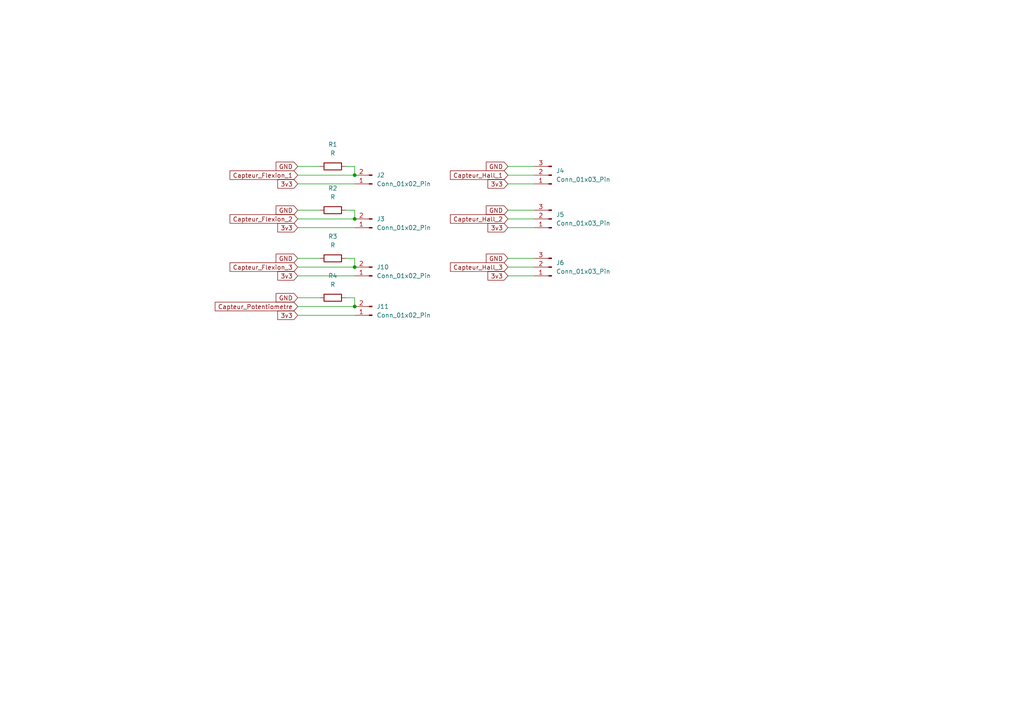
<source format=kicad_sch>
(kicad_sch (version 20231120) (generator "eeschema") (generator_version "8.0")
  (paper "A4")
  (title_block (title "Carte electronique Exodus") (company "Fablab"))
  (lib_symbols
    (symbol "Connector:Conn_01x02_Pin" (pin_names (offset 1.016) hide)
      (property "Reference" "J" (at 0 2.54 0))
      (property "Value" "Conn_01x02_Pin" (at 0 -5.08 0))
      (symbol "Conn_01x02_Pin_1_1"
        (polyline (pts (xy 1.27 -2.54) (xy 0.8636 -2.54)) (stroke (width 0.1524)))
        (polyline (pts (xy 1.27 0) (xy 0.8636 0)) (stroke (width 0.1524)))
        (rectangle (start 0.8636 -2.413) (end 0 -2.667) (stroke (width 0.1524)) (fill (type outline)))
        (rectangle (start 0.8636 0.127) (end 0 -0.127) (stroke (width 0.1524)) (fill (type outline)))
        (pin passive line (at 5.08 0 180) (length 3.81) (name "Pin_1") (number "1"))
        (pin passive line (at 5.08 -2.54 180) (length 3.81) (name "Pin_2") (number "2"))
      )
    )
    (symbol "Connector:Conn_01x03_Pin" (pin_names (offset 1.016) hide)
      (property "Reference" "J" (at 0 5.08 0))
      (property "Value" "Conn_01x03_Pin" (at 0 -5.08 0))
      (symbol "Conn_01x03_Pin_1_1"
        (polyline (pts (xy 1.27 -2.54) (xy 0.8636 -2.54)) (stroke (width 0.1524)))
        (polyline (pts (xy 1.27 0) (xy 0.8636 0)) (stroke (width 0.1524)))
        (polyline (pts (xy 1.27 2.54) (xy 0.8636 2.54)) (stroke (width 0.1524)))
        (rectangle (start 0.8636 -2.413) (end 0 -2.667) (stroke (width 0.1524)) (fill (type outline)))
        (rectangle (start 0.8636 0.127) (end 0 -0.127) (stroke (width 0.1524)) (fill (type outline)))
        (rectangle (start 0.8636 2.667) (end 0 2.413) (stroke (width 0.1524)) (fill (type outline)))
        (pin passive line (at 5.08 2.54 180) (length 3.81) (name "Pin_1") (number "1"))
        (pin passive line (at 5.08 0 180) (length 3.81) (name "Pin_2") (number "2"))
        (pin passive line (at 5.08 -2.54 180) (length 3.81) (name "Pin_3") (number "3"))
      )
    )
    (symbol "Device:R" (pin_numbers hide) (pin_names (offset 0))
      (property "Reference" "R" (at 2.032 0 90))
      (property "Value" "R" (at 0 0 90))
      (symbol "R_0_1"
        (rectangle (start -1.016 -2.54) (end 1.016 2.54) (stroke (width 0.254)))
      )
      (symbol "R_1_1"
        (pin passive line (at 0 3.81 270) (length 1.27) (name "~") (number "1"))
        (pin passive line (at 0 -3.81 90) (length 1.27) (name "~") (number "2"))
      )
    )
  )
  (junction (at 102.87 63.5))
  (junction (at 102.87 77.47))
  (junction (at 102.87 50.8))
  (junction (at 102.87 88.9))
  (wire (pts (xy 86.36 53.34) (xy 102.87 53.34)))
  (wire (pts (xy 147.32 77.47) (xy 154.94 77.47)))
  (wire (pts (xy 102.87 60.96) (xy 102.87 63.5)))
  (wire (pts (xy 86.36 74.93) (xy 92.71 74.93)))
  (wire (pts (xy 102.87 48.26) (xy 102.87 50.8)))
  (wire (pts (xy 147.32 74.93) (xy 154.94 74.93)))
  (wire (pts (xy 86.36 80.01) (xy 102.87 80.01)))
  (wire (pts (xy 86.36 50.8) (xy 102.87 50.8)))
  (wire (pts (xy 147.32 66.04) (xy 154.94 66.04)))
  (wire (pts (xy 86.36 77.47) (xy 102.87 77.47)))
  (wire (pts (xy 100.33 48.26) (xy 102.87 48.26)))
  (wire (pts (xy 86.36 63.5) (xy 102.87 63.5)))
  (wire (pts (xy 102.87 86.36) (xy 102.87 88.9)))
  (wire (pts (xy 147.32 63.5) (xy 154.94 63.5)))
  (wire (pts (xy 86.36 88.9) (xy 102.87 88.9)))
  (wire (pts (xy 147.32 53.34) (xy 154.94 53.34)))
  (wire (pts (xy 147.32 60.96) (xy 154.94 60.96)))
  (wire (pts (xy 100.33 74.93) (xy 102.87 74.93)))
  (wire (pts (xy 86.36 66.04) (xy 102.87 66.04)))
  (wire (pts (xy 147.32 80.01) (xy 154.94 80.01)))
  (wire (pts (xy 86.36 48.26) (xy 92.71 48.26)))
  (wire (pts (xy 86.36 60.96) (xy 92.71 60.96)))
  (wire (pts (xy 86.36 91.44) (xy 102.87 91.44)))
  (wire (pts (xy 100.33 60.96) (xy 102.87 60.96)))
  (wire (pts (xy 86.36 86.36) (xy 92.71 86.36)))
  (wire (pts (xy 100.33 86.36) (xy 102.87 86.36)))
  (wire (pts (xy 102.87 74.93) (xy 102.87 77.47)))
  (wire (pts (xy 147.32 48.26) (xy 154.94 48.26)))
  (wire (pts (xy 147.32 50.8) (xy 154.94 50.8)))
  (global_label "Capteur_Hall_3" (shape input) (at 147.32 77.47 180) (property "Intersheetrefs" "${INTERSHEET_REFS}" (effects (hide yes))))
  (global_label "GND" (shape input) (at 147.32 74.93 180) (property "Intersheetrefs" "${INTERSHEET_REFS}" (effects (hide yes))))
  (global_label "GND" (shape input) (at 86.36 86.36 180) (property "Intersheetrefs" "${INTERSHEET_REFS}" (effects (hide yes))))
  (global_label "3v3" (shape input) (at 86.36 53.34 180) (property "Intersheetrefs" "${INTERSHEET_REFS}" (effects (hide yes))))
  (global_label "3v3" (shape input) (at 147.32 53.34 180) (property "Intersheetrefs" "${INTERSHEET_REFS}" (effects (hide yes))))
  (global_label "Capteur_Hall_1" (shape input) (at 147.32 50.8 180) (property "Intersheetrefs" "${INTERSHEET_REFS}" (effects (hide yes))))
  (global_label "Capteur_Flexion_2" (shape input) (at 86.36 63.5 180) (property "Intersheetrefs" "${INTERSHEET_REFS}" (effects (hide yes))))
  (global_label "3v3" (shape input) (at 147.32 66.04 180) (property "Intersheetrefs" "${INTERSHEET_REFS}" (effects (hide yes))))
  (global_label "Capteur_Hall_2" (shape input) (at 147.32 63.5 180) (property "Intersheetrefs" "${INTERSHEET_REFS}" (effects (hide yes))))
  (global_label "GND" (shape input) (at 86.36 74.93 180) (property "Intersheetrefs" "${INTERSHEET_REFS}" (effects (hide yes))))
  (global_label "3v3" (shape input) (at 86.36 80.01 180) (property "Intersheetrefs" "${INTERSHEET_REFS}" (effects (hide yes))))
  (global_label "GND" (shape input) (at 147.32 60.96 180) (property "Intersheetrefs" "${INTERSHEET_REFS}" (effects (hide yes))))
  (global_label "3v3" (shape input) (at 86.36 91.44 180) (property "Intersheetrefs" "${INTERSHEET_REFS}" (effects (hide yes))))
  (global_label "3v3" (shape input) (at 147.32 80.01 180) (property "Intersheetrefs" "${INTERSHEET_REFS}" (effects (hide yes))))
  (global_label "GND" (shape input) (at 86.36 60.96 180) (property "Intersheetrefs" "${INTERSHEET_REFS}" (effects (hide yes))))
  (global_label "GND" (shape input) (at 86.36 48.26 180) (property "Intersheetrefs" "${INTERSHEET_REFS}" (effects (hide yes))))
  (global_label "Capteur_Potentiometre" (shape input) (at 86.36 88.9 180) (property "Intersheetrefs" "${INTERSHEET_REFS}" (effects (hide yes))))
  (global_label "Capteur_Flexion_3" (shape input) (at 86.36 77.47 180) (property "Intersheetrefs" "${INTERSHEET_REFS}" (effects (hide yes))))
  (global_label "3v3" (shape input) (at 86.36 66.04 180) (property "Intersheetrefs" "${INTERSHEET_REFS}" (effects (hide yes))))
  (global_label "Capteur_Flexion_1" (shape input) (at 86.36 50.8 180) (property "Intersheetrefs" "${INTERSHEET_REFS}" (effects (hide yes))))
  (global_label "GND" (shape input) (at 147.32 48.26 180) (property "Intersheetrefs" "${INTERSHEET_REFS}" (effects (hide yes))))
  (symbol (lib_id "Connector:Conn_01x02_Pin") (at 107.95 91.44 180) (unit 1)
    (property "Reference" "J11" (at 109.22 88.8999 0) (effects (justify right)))
    (property "Value" "Conn_01x02_Pin" (at 109.22 91.4399 0) (effects (justify right)))
    (property "Footprint" "Connector_PinHeader_2.54mm:PinHeader_1x02_P2.54mm_Horizontal" (effects (hide yes)))
    (property "Description" "Generic connector, single row, 01x02, script generated" (effects (hide yes)))
  )
  (symbol (lib_id "Connector:Conn_01x03_Pin") (at 160.02 77.47 180) (unit 1)
    (property "Reference" "J6" (at 161.29 76.1999 0) (effects (justify right)))
    (property "Value" "Conn_01x03_Pin" (at 161.29 78.7399 0) (effects (justify right)))
    (property "Footprint" "Connector_PinHeader_2.54mm:PinHeader_1x03_P2.54mm_Horizontal" (effects (hide yes)))
    (property "Description" "Generic connector, single row, 01x03, script generated" (effects (hide yes)))
  )
  (symbol (lib_id "Device:R") (at 96.52 60.96 90) (unit 1)
    (property "Reference" "R2" (at 96.52 54.61 90))
    (property "Value" "R" (at 96.52 57.15 90))
    (property "Footprint" "Resistor_THT:R_Axial_DIN0207_L6.3mm_D2.5mm_P7.62mm_Horizontal" (effects (hide yes)))
    (property "Description" "Resistor" (effects (hide yes)))
  )
  (symbol (lib_id "Device:R") (at 96.52 48.26 90) (unit 1)
    (property "Reference" "R1" (at 96.52 41.91 90))
    (property "Value" "R" (at 96.52 44.45 90))
    (property "Footprint" "Resistor_THT:R_Axial_DIN0207_L6.3mm_D2.5mm_P7.62mm_Horizontal" (effects (hide yes)))
    (property "Description" "Resistor" (effects (hide yes)))
  )
  (symbol (lib_id "Device:R") (at 96.52 74.93 90) (unit 1)
    (property "Reference" "R3" (at 96.52 68.58 90))
    (property "Value" "R" (at 96.52 71.12 90))
    (property "Footprint" "Resistor_THT:R_Axial_DIN0207_L6.3mm_D2.5mm_P7.62mm_Horizontal" (effects (hide yes)))
    (property "Description" "Resistor" (effects (hide yes)))
  )
  (symbol (lib_id "Device:R") (at 96.52 86.36 90) (unit 1)
    (property "Reference" "R4" (at 96.52 80.01 90))
    (property "Value" "R" (at 96.52 82.55 90))
    (property "Footprint" "Resistor_THT:R_Axial_DIN0207_L6.3mm_D2.5mm_P7.62mm_Horizontal" (effects (hide yes)))
    (property "Description" "Resistor" (effects (hide yes)))
  )
  (symbol (lib_id "Connector:Conn_01x02_Pin") (at 107.95 80.01 180) (unit 1)
    (property "Reference" "J10" (at 109.22 77.4699 0) (effects (justify right)))
    (property "Value" "Conn_01x02_Pin" (at 109.22 80.0099 0) (effects (justify right)))
    (property "Footprint" "Connector_PinHeader_2.54mm:PinHeader_1x02_P2.54mm_Horizontal" (effects (hide yes)))
    (property "Description" "Generic connector, single row, 01x02, script generated" (effects (hide yes)))
  )
  (symbol (lib_id "Connector:Conn_01x02_Pin") (at 107.95 66.04 180) (unit 1)
    (property "Reference" "J3" (at 109.22 63.4999 0) (effects (justify right)))
    (property "Value" "Conn_01x02_Pin" (at 109.22 66.0399 0) (effects (justify right)))
    (property "Footprint" "Connector_PinHeader_2.54mm:PinHeader_1x02_P2.54mm_Horizontal" (effects (hide yes)))
    (property "Description" "Generic connector, single row, 01x02, script generated" (effects (hide yes)))
  )
  (symbol (lib_id "Connector:Conn_01x02_Pin") (at 107.95 53.34 180) (unit 1)
    (property "Reference" "J2" (at 109.22 50.7999 0) (effects (justify right)))
    (property "Value" "Conn_01x02_Pin" (at 109.22 53.3399 0) (effects (justify right)))
    (property "Footprint" "Connector_PinHeader_2.54mm:PinHeader_1x02_P2.54mm_Horizontal" (effects (hide yes)))
    (property "Description" "Generic connector, single row, 01x02, script generated" (effects (hide yes)))
  )
  (symbol (lib_id "Connector:Conn_01x03_Pin") (at 160.02 50.8 180) (unit 1)
    (property "Reference" "J4" (at 161.29 49.5299 0) (effects (justify right)))
    (property "Value" "Conn_01x03_Pin" (at 161.29 52.0699 0) (effects (justify right)))
    (property "Footprint" "Connector_PinHeader_2.54mm:PinHeader_1x03_P2.54mm_Horizontal" (effects (hide yes)))
    (property "Description" "Generic connector, single row, 01x03, script generated" (effects (hide yes)))
  )
  (symbol (lib_id "Connector:Conn_01x03_Pin") (at 160.02 63.5 180) (unit 1)
    (property "Reference" "J5" (at 161.29 62.2299 0) (effects (justify right)))
    (property "Value" "Conn_01x03_Pin" (at 161.29 64.7699 0) (effects (justify right)))
    (property "Footprint" "Connector_PinHeader_2.54mm:PinHeader_1x03_P2.54mm_Horizontal" (effects (hide yes)))
    (property "Description" "Generic connector, single row, 01x03, script generated" (effects (hide yes)))
  )
)
</source>
